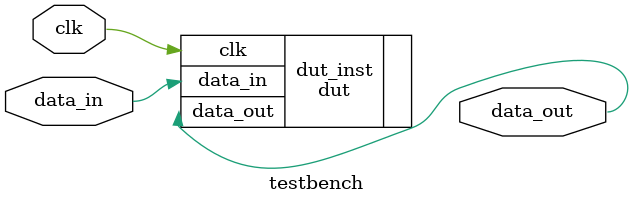
<source format=sv>
module testbench (
    input  logic        clk,
    input  logic        data_in,
    output logic        data_out
);

dut dut_inst (
    .clk                (clk),
    .data_in            (data_in),
    .data_out           (data_out)
);

endmodule

</source>
